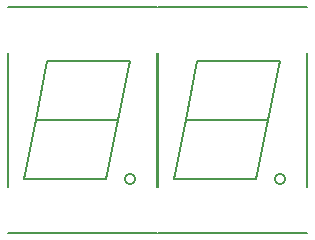
<source format=gbr>
G04 #@! TF.FileFunction,Legend,Top*
%FSLAX46Y46*%
G04 Gerber Fmt 4.6, Leading zero omitted, Abs format (unit mm)*
G04 Created by KiCad (PCBNEW 4.0.2+e4-6225~38~ubuntu14.04.1-stable) date Sun 09 Oct 2016 12:28:54 PM CEST*
%MOMM*%
G01*
G04 APERTURE LIST*
%ADD10C,0.100000*%
%ADD11C,0.150000*%
G04 APERTURE END LIST*
D10*
D11*
X120017214Y-109140000D02*
G75*
G03X120017214Y-109140000I-447214J0D01*
G01*
X112570000Y-99140000D02*
X111570000Y-104140000D01*
X111570000Y-104140000D02*
X110570000Y-109140000D01*
X110570000Y-109140000D02*
X117570000Y-109140000D01*
X117570000Y-109140000D02*
X118570000Y-104140000D01*
X119570000Y-99140000D02*
X118570000Y-104140000D01*
X118570000Y-104140000D02*
X111570000Y-104140000D01*
X112570000Y-99140000D02*
X119570000Y-99140000D01*
X121870000Y-113740000D02*
X109270000Y-113740000D01*
X109270000Y-98440000D02*
X109270000Y-109840000D01*
X121870000Y-98440000D02*
X121870000Y-109840000D01*
X109270000Y-94540000D02*
X121870000Y-94540000D01*
X132717214Y-109140000D02*
G75*
G03X132717214Y-109140000I-447214J0D01*
G01*
X125270000Y-99140000D02*
X124270000Y-104140000D01*
X124270000Y-104140000D02*
X123270000Y-109140000D01*
X123270000Y-109140000D02*
X130270000Y-109140000D01*
X130270000Y-109140000D02*
X131270000Y-104140000D01*
X132270000Y-99140000D02*
X131270000Y-104140000D01*
X131270000Y-104140000D02*
X124270000Y-104140000D01*
X125270000Y-99140000D02*
X132270000Y-99140000D01*
X134570000Y-113740000D02*
X121970000Y-113740000D01*
X121970000Y-98440000D02*
X121970000Y-109840000D01*
X134570000Y-98440000D02*
X134570000Y-109840000D01*
X121970000Y-94540000D02*
X134570000Y-94540000D01*
M02*

</source>
